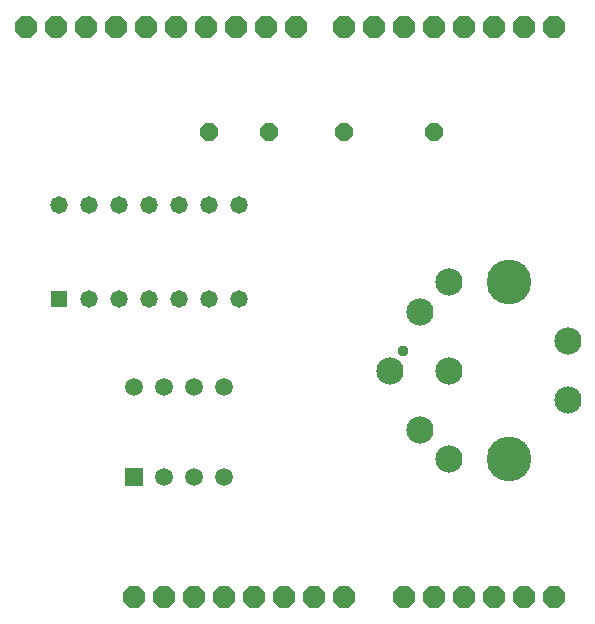
<source format=gbr>
G04 EAGLE Gerber RS-274X export*
G75*
%MOMM*%
%FSLAX34Y34*%
%LPD*%
%INSoldermask Top*%
%IPPOS*%
%AMOC8*
5,1,8,0,0,1.08239X$1,22.5*%
G01*
%ADD10R,1.471200X1.471200*%
%ADD11C,1.471200*%
%ADD12C,2.303200*%
%ADD13C,3.788200*%
%ADD14R,1.511200X1.511200*%
%ADD15C,1.511200*%
%ADD16P,2.034460X8X22.500000*%
%ADD17P,1.649562X8X22.500000*%
%ADD18C,0.959600*%


D10*
X266700Y303200D03*
D11*
X292100Y303200D03*
X317500Y303200D03*
X342900Y303200D03*
X368300Y303200D03*
X393700Y303200D03*
X419100Y303200D03*
X419100Y382600D03*
X393700Y382600D03*
X368300Y382600D03*
X342900Y382600D03*
X317500Y382600D03*
X292100Y382600D03*
X266700Y382600D03*
D12*
X596900Y317500D03*
X572000Y292500D03*
X596900Y242450D03*
X572000Y192400D03*
X596900Y167400D03*
X546900Y242450D03*
X697200Y267450D03*
X697200Y217450D03*
D13*
X647200Y167400D03*
X647200Y317500D03*
D14*
X330200Y152400D03*
D15*
X355600Y152400D03*
X381000Y152400D03*
X406400Y152400D03*
X406400Y228600D03*
X381000Y228600D03*
X355600Y228600D03*
X330200Y228600D03*
D16*
X584200Y533400D03*
X558800Y50800D03*
X609600Y533400D03*
X635000Y533400D03*
X660400Y533400D03*
X685800Y533400D03*
X558800Y533400D03*
X533400Y533400D03*
X508000Y533400D03*
X467360Y533400D03*
X441960Y533400D03*
X416560Y533400D03*
X391160Y533400D03*
X365760Y533400D03*
X340360Y533400D03*
X314960Y533400D03*
X289560Y533400D03*
X584200Y50800D03*
X609600Y50800D03*
X635000Y50800D03*
X660400Y50800D03*
X685800Y50800D03*
X508000Y50800D03*
X482600Y50800D03*
X457200Y50800D03*
X431800Y50800D03*
X406400Y50800D03*
X381000Y50800D03*
X264160Y533400D03*
X238760Y533400D03*
X355600Y50800D03*
X330200Y50800D03*
D17*
X393700Y444500D03*
X444500Y444500D03*
X508000Y444500D03*
X584200Y444500D03*
D18*
X557784Y259080D03*
M02*

</source>
